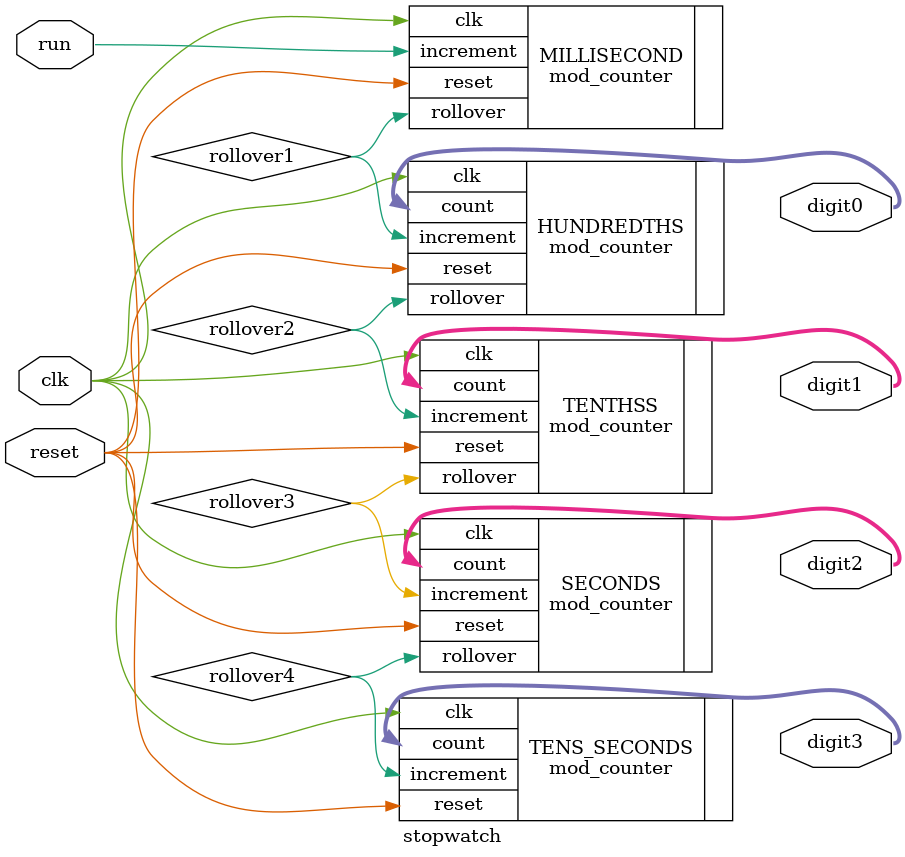
<source format=sv>
module stopwatch(
  //Signals
  input wire logic clk, reset, run,
  output logic [3:0] digit0, digit1, digit2, digit3
);
  //Code
  logic rollover1, rollover2, rollover3, rollover4;
  mod_counter #(32'd1000000) MILLISECOND (.clk(clk), .reset(reset), .increment(run), .rollover(rollover1));
  mod_counter #(4'd10) HUNDREDTHS (.clk(clk), .reset(reset), .increment(rollover1), .rollover(rollover2), .count(digit0));
  mod_counter #(4'd10) TENTHSS (.clk(clk), .reset(reset), .increment(rollover2), .rollover(rollover3), .count(digit1));
  mod_counter #(4'd10) SECONDS (.clk(clk), .reset(reset), .increment(rollover3), .rollover(rollover4), .count(digit2));
  mod_counter #(4'd6) TENS_SECONDS (.clk(clk), .reset(reset), .increment(rollover4), .count(digit3));



endmodule

</source>
